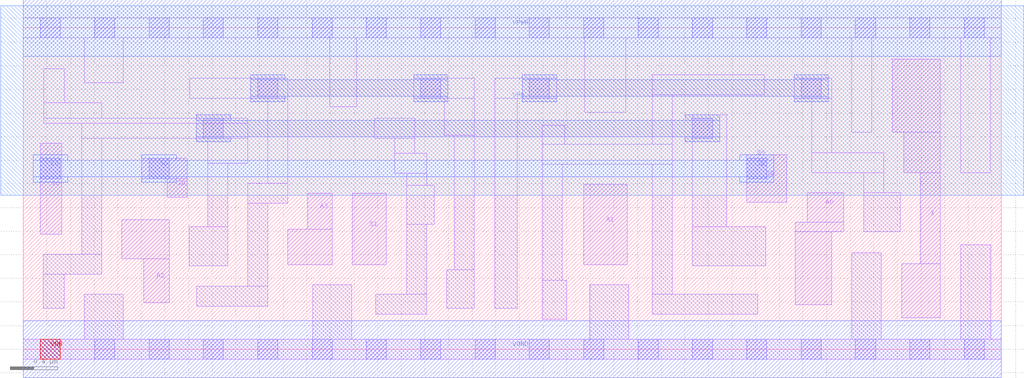
<source format=lef>
# Copyright 2020 The SkyWater PDK Authors
#
# Licensed under the Apache License, Version 2.0 (the "License");
# you may not use this file except in compliance with the License.
# You may obtain a copy of the License at
#
#     https://www.apache.org/licenses/LICENSE-2.0
#
# Unless required by applicable law or agreed to in writing, software
# distributed under the License is distributed on an "AS IS" BASIS,
# WITHOUT WARRANTIES OR CONDITIONS OF ANY KIND, either express or implied.
# See the License for the specific language governing permissions and
# limitations under the License.
#
# SPDX-License-Identifier: Apache-2.0

VERSION 5.7 ;
  NOWIREEXTENSIONATPIN ON ;
  DIVIDERCHAR "/" ;
  BUSBITCHARS "[]" ;
MACRO sky130_fd_sc_hd__mux4_2
  CLASS CORE ;
  FOREIGN sky130_fd_sc_hd__mux4_2 ;
  ORIGIN  0.000000  0.000000 ;
  SIZE  8.280000 BY  2.720000 ;
  SYMMETRY X Y R90 ;
  SITE unithd ;
  PIN A0
    ANTENNAGATEAREA  0.159000 ;
    DIRECTION INPUT ;
    USE SIGNAL ;
    PORT
      LAYER li1 ;
        RECT 6.535000 0.375000 6.845000 0.995000 ;
        RECT 6.535000 0.995000 6.945000 1.075000 ;
        RECT 6.635000 1.075000 6.945000 1.325000 ;
    END
  END A0
  PIN A1
    ANTENNAGATEAREA  0.159000 ;
    DIRECTION INPUT ;
    USE SIGNAL ;
    PORT
      LAYER li1 ;
        RECT 4.745000 0.715000 5.115000 1.395000 ;
    END
  END A1
  PIN A2
    ANTENNAGATEAREA  0.159000 ;
    DIRECTION INPUT ;
    USE SIGNAL ;
    PORT
      LAYER li1 ;
        RECT 0.835000 0.765000 1.235000 1.095000 ;
        RECT 1.020000 0.395000 1.235000 0.765000 ;
    END
  END A2
  PIN A3
    ANTENNAGATEAREA  0.159000 ;
    DIRECTION INPUT ;
    USE SIGNAL ;
    PORT
      LAYER li1 ;
        RECT 2.240000 0.715000 2.615000 1.015000 ;
        RECT 2.410000 1.015000 2.615000 1.320000 ;
    END
  END A3
  PIN S0
    ANTENNAGATEAREA  0.393000 ;
    DIRECTION INPUT ;
    USE SIGNAL ;
    PORT
      LAYER li1 ;
        RECT 0.145000 0.975000 0.325000 1.745000 ;
      LAYER mcon ;
        RECT 0.145000 1.445000 0.315000 1.615000 ;
    END
    PORT
      LAYER li1 ;
        RECT 1.005000 1.445000 1.390000 1.615000 ;
        RECT 1.220000 1.285000 1.390000 1.445000 ;
      LAYER mcon ;
        RECT 1.065000 1.445000 1.235000 1.615000 ;
    END
    PORT
      LAYER li1 ;
        RECT 6.125000 1.245000 6.465000 1.645000 ;
      LAYER mcon ;
        RECT 6.125000 1.445000 6.295000 1.615000 ;
    END
    PORT
      LAYER met1 ;
        RECT 0.085000 1.415000 0.375000 1.460000 ;
        RECT 0.085000 1.460000 6.355000 1.600000 ;
        RECT 0.085000 1.600000 0.375000 1.645000 ;
        RECT 1.005000 1.415000 1.295000 1.460000 ;
        RECT 1.005000 1.600000 1.295000 1.645000 ;
        RECT 6.065000 1.415000 6.355000 1.460000 ;
        RECT 6.065000 1.600000 6.355000 1.645000 ;
    END
  END S0
  PIN S1
    ANTENNAGATEAREA  0.303000 ;
    DIRECTION INPUT ;
    USE SIGNAL ;
    PORT
      LAYER li1 ;
        RECT 2.785000 0.715000 3.075000 1.320000 ;
    END
  END S1
  PIN VNB
    PORT
      LAYER pwell ;
        RECT 0.145000 -0.085000 0.315000 0.085000 ;
    END
  END VNB
  PIN VPB
    PORT
      LAYER nwell ;
        RECT -0.190000 1.305000 8.470000 2.910000 ;
    END
  END VPB
  PIN X
    ANTENNADIFFAREA  0.445500 ;
    DIRECTION OUTPUT ;
    USE SIGNAL ;
    PORT
      LAYER li1 ;
        RECT 7.355000 1.835000 7.765000 2.455000 ;
        RECT 7.435000 0.265000 7.765000 0.725000 ;
        RECT 7.455000 1.495000 7.765000 1.835000 ;
        RECT 7.595000 0.725000 7.765000 1.495000 ;
    END
  END X
  PIN VGND
    DIRECTION INOUT ;
    SHAPE ABUTMENT ;
    USE GROUND ;
    PORT
      LAYER met1 ;
        RECT 0.000000 -0.240000 8.280000 0.240000 ;
    END
  END VGND
  PIN VPWR
    DIRECTION INOUT ;
    SHAPE ABUTMENT ;
    USE POWER ;
    PORT
      LAYER met1 ;
        RECT 0.000000 2.480000 8.280000 2.960000 ;
    END
  END VPWR
  OBS
    LAYER li1 ;
      RECT 0.000000 -0.085000 8.280000 0.085000 ;
      RECT 0.000000  2.635000 8.280000 2.805000 ;
      RECT 0.170000  0.345000 0.345000 0.635000 ;
      RECT 0.170000  0.635000 0.665000 0.805000 ;
      RECT 0.175000  1.915000 1.900000 1.955000 ;
      RECT 0.175000  1.955000 0.665000 2.085000 ;
      RECT 0.175000  2.085000 0.345000 2.375000 ;
      RECT 0.495000  0.805000 0.665000 1.785000 ;
      RECT 0.495000  1.785000 1.900000 1.915000 ;
      RECT 0.515000  0.085000 0.845000 0.465000 ;
      RECT 0.515000  2.255000 0.845000 2.635000 ;
      RECT 1.405000  0.705000 1.730000 1.035000 ;
      RECT 1.410000  2.125000 2.240000 2.295000 ;
      RECT 1.470000  0.365000 2.070000 0.535000 ;
      RECT 1.560000  1.035000 1.730000 1.575000 ;
      RECT 1.560000  1.575000 1.900000 1.785000 ;
      RECT 1.900000  0.535000 2.070000 1.235000 ;
      RECT 1.900000  1.235000 2.240000 1.405000 ;
      RECT 2.070000  1.405000 2.240000 2.125000 ;
      RECT 2.450000  0.085000 2.780000 0.545000 ;
      RECT 2.595000  2.055000 2.825000 2.635000 ;
      RECT 2.970000  1.785000 3.315000 1.955000 ;
      RECT 2.985000  0.295000 3.415000 0.465000 ;
      RECT 3.145000  1.490000 3.415000 1.660000 ;
      RECT 3.145000  1.660000 3.315000 1.785000 ;
      RECT 3.245000  0.465000 3.415000 1.060000 ;
      RECT 3.245000  1.060000 3.480000 1.390000 ;
      RECT 3.245000  1.390000 3.415000 1.490000 ;
      RECT 3.305000  2.125000 3.820000 2.295000 ;
      RECT 3.565000  1.810000 3.820000 2.125000 ;
      RECT 3.585000  0.345000 3.820000 0.675000 ;
      RECT 3.650000  0.675000 3.820000 1.810000 ;
      RECT 3.990000  0.345000 4.180000 2.125000 ;
      RECT 3.990000  2.125000 4.515000 2.295000 ;
      RECT 4.395000  0.255000 4.600000 0.585000 ;
      RECT 4.395000  0.585000 4.565000 1.565000 ;
      RECT 4.395000  1.565000 5.495000 1.735000 ;
      RECT 4.395000  1.735000 4.585000 1.895000 ;
      RECT 4.755000  2.005000 5.100000 2.635000 ;
      RECT 4.795000  0.085000 5.125000 0.545000 ;
      RECT 5.325000  0.295000 6.220000 0.465000 ;
      RECT 5.325000  0.465000 5.495000 1.565000 ;
      RECT 5.325000  1.735000 5.495000 2.155000 ;
      RECT 5.325000  2.155000 6.275000 2.325000 ;
      RECT 5.665000  0.705000 6.285000 1.035000 ;
      RECT 5.665000  1.035000 5.955000 1.985000 ;
      RECT 6.525000  2.125000 6.845000 2.295000 ;
      RECT 6.675000  1.495000 7.285000 1.665000 ;
      RECT 6.675000  1.665000 6.845000 2.125000 ;
      RECT 7.015000  0.085000 7.265000 0.815000 ;
      RECT 7.015000  1.835000 7.185000 2.635000 ;
      RECT 7.115000  0.995000 7.425000 1.325000 ;
      RECT 7.115000  1.325000 7.285000 1.495000 ;
      RECT 7.935000  0.085000 8.190000 0.885000 ;
      RECT 7.935000  1.495000 8.185000 2.635000 ;
    LAYER mcon ;
      RECT 0.145000 -0.085000 0.315000 0.085000 ;
      RECT 0.145000  2.635000 0.315000 2.805000 ;
      RECT 0.605000 -0.085000 0.775000 0.085000 ;
      RECT 0.605000  2.635000 0.775000 2.805000 ;
      RECT 1.065000 -0.085000 1.235000 0.085000 ;
      RECT 1.065000  2.635000 1.235000 2.805000 ;
      RECT 1.525000 -0.085000 1.695000 0.085000 ;
      RECT 1.525000  1.785000 1.695000 1.955000 ;
      RECT 1.525000  2.635000 1.695000 2.805000 ;
      RECT 1.985000 -0.085000 2.155000 0.085000 ;
      RECT 1.985000  2.125000 2.155000 2.295000 ;
      RECT 1.985000  2.635000 2.155000 2.805000 ;
      RECT 2.445000 -0.085000 2.615000 0.085000 ;
      RECT 2.445000  2.635000 2.615000 2.805000 ;
      RECT 2.905000 -0.085000 3.075000 0.085000 ;
      RECT 2.905000  2.635000 3.075000 2.805000 ;
      RECT 3.365000 -0.085000 3.535000 0.085000 ;
      RECT 3.365000  2.125000 3.535000 2.295000 ;
      RECT 3.365000  2.635000 3.535000 2.805000 ;
      RECT 3.825000 -0.085000 3.995000 0.085000 ;
      RECT 3.825000  2.635000 3.995000 2.805000 ;
      RECT 4.285000 -0.085000 4.455000 0.085000 ;
      RECT 4.285000  2.125000 4.455000 2.295000 ;
      RECT 4.285000  2.635000 4.455000 2.805000 ;
      RECT 4.745000 -0.085000 4.915000 0.085000 ;
      RECT 4.745000  2.635000 4.915000 2.805000 ;
      RECT 5.205000 -0.085000 5.375000 0.085000 ;
      RECT 5.205000  2.635000 5.375000 2.805000 ;
      RECT 5.665000 -0.085000 5.835000 0.085000 ;
      RECT 5.665000  1.785000 5.835000 1.955000 ;
      RECT 5.665000  2.635000 5.835000 2.805000 ;
      RECT 6.125000 -0.085000 6.295000 0.085000 ;
      RECT 6.125000  2.635000 6.295000 2.805000 ;
      RECT 6.585000 -0.085000 6.755000 0.085000 ;
      RECT 6.585000  2.125000 6.755000 2.295000 ;
      RECT 6.585000  2.635000 6.755000 2.805000 ;
      RECT 7.045000 -0.085000 7.215000 0.085000 ;
      RECT 7.045000  2.635000 7.215000 2.805000 ;
      RECT 7.505000 -0.085000 7.675000 0.085000 ;
      RECT 7.505000  2.635000 7.675000 2.805000 ;
      RECT 7.965000 -0.085000 8.135000 0.085000 ;
      RECT 7.965000  2.635000 8.135000 2.805000 ;
    LAYER met1 ;
      RECT 1.465000 1.755000 1.755000 1.800000 ;
      RECT 1.465000 1.800000 5.895000 1.940000 ;
      RECT 1.465000 1.940000 1.755000 1.985000 ;
      RECT 1.925000 2.095000 2.215000 2.140000 ;
      RECT 1.925000 2.140000 3.595000 2.280000 ;
      RECT 1.925000 2.280000 2.215000 2.325000 ;
      RECT 3.305000 2.095000 3.595000 2.140000 ;
      RECT 3.305000 2.280000 3.595000 2.325000 ;
      RECT 4.225000 2.095000 4.515000 2.140000 ;
      RECT 4.225000 2.140000 6.815000 2.280000 ;
      RECT 4.225000 2.280000 4.515000 2.325000 ;
      RECT 5.605000 1.755000 5.895000 1.800000 ;
      RECT 5.605000 1.940000 5.895000 1.985000 ;
      RECT 6.525000 2.095000 6.815000 2.140000 ;
      RECT 6.525000 2.280000 6.815000 2.325000 ;
  END
END sky130_fd_sc_hd__mux4_2
END LIBRARY

</source>
